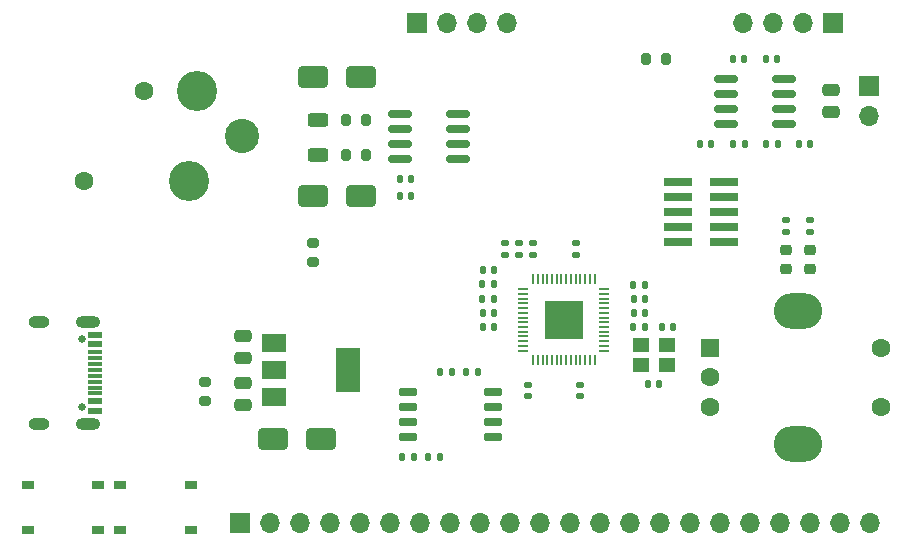
<source format=gts>
G04 #@! TF.GenerationSoftware,KiCad,Pcbnew,7.0.10*
G04 #@! TF.CreationDate,2024-02-24T17:37:44+01:00*
G04 #@! TF.ProjectId,rp2040-board,72703230-3430-42d6-926f-6172642e6b69,rev?*
G04 #@! TF.SameCoordinates,Original*
G04 #@! TF.FileFunction,Soldermask,Top*
G04 #@! TF.FilePolarity,Negative*
%FSLAX46Y46*%
G04 Gerber Fmt 4.6, Leading zero omitted, Abs format (unit mm)*
G04 Created by KiCad (PCBNEW 7.0.10) date 2024-02-24 17:37:44*
%MOMM*%
%LPD*%
G01*
G04 APERTURE LIST*
G04 Aperture macros list*
%AMRoundRect*
0 Rectangle with rounded corners*
0 $1 Rounding radius*
0 $2 $3 $4 $5 $6 $7 $8 $9 X,Y pos of 4 corners*
0 Add a 4 corners polygon primitive as box body*
4,1,4,$2,$3,$4,$5,$6,$7,$8,$9,$2,$3,0*
0 Add four circle primitives for the rounded corners*
1,1,$1+$1,$2,$3*
1,1,$1+$1,$4,$5*
1,1,$1+$1,$6,$7*
1,1,$1+$1,$8,$9*
0 Add four rect primitives between the rounded corners*
20,1,$1+$1,$2,$3,$4,$5,0*
20,1,$1+$1,$4,$5,$6,$7,0*
20,1,$1+$1,$6,$7,$8,$9,0*
20,1,$1+$1,$8,$9,$2,$3,0*%
G04 Aperture macros list end*
%ADD10RoundRect,0.250000X0.475000X-0.250000X0.475000X0.250000X-0.475000X0.250000X-0.475000X-0.250000X0*%
%ADD11RoundRect,0.200000X-0.275000X0.200000X-0.275000X-0.200000X0.275000X-0.200000X0.275000X0.200000X0*%
%ADD12RoundRect,0.140000X0.170000X-0.140000X0.170000X0.140000X-0.170000X0.140000X-0.170000X-0.140000X0*%
%ADD13RoundRect,0.140000X-0.140000X-0.170000X0.140000X-0.170000X0.140000X0.170000X-0.140000X0.170000X0*%
%ADD14RoundRect,0.250000X1.000000X0.650000X-1.000000X0.650000X-1.000000X-0.650000X1.000000X-0.650000X0*%
%ADD15RoundRect,0.140000X-0.170000X0.140000X-0.170000X-0.140000X0.170000X-0.140000X0.170000X0.140000X0*%
%ADD16R,1.700000X1.700000*%
%ADD17O,1.700000X1.700000*%
%ADD18RoundRect,0.140000X0.140000X0.170000X-0.140000X0.170000X-0.140000X-0.170000X0.140000X-0.170000X0*%
%ADD19RoundRect,0.135000X0.135000X0.185000X-0.135000X0.185000X-0.135000X-0.185000X0.135000X-0.185000X0*%
%ADD20RoundRect,0.200000X0.275000X-0.200000X0.275000X0.200000X-0.275000X0.200000X-0.275000X-0.200000X0*%
%ADD21RoundRect,0.135000X-0.135000X-0.185000X0.135000X-0.185000X0.135000X0.185000X-0.135000X0.185000X0*%
%ADD22RoundRect,0.200000X0.200000X0.275000X-0.200000X0.275000X-0.200000X-0.275000X0.200000X-0.275000X0*%
%ADD23R,1.000000X0.750000*%
%ADD24RoundRect,0.250000X-0.550000X-0.550000X0.550000X-0.550000X0.550000X0.550000X-0.550000X0.550000X0*%
%ADD25C,1.600000*%
%ADD26O,4.100000X3.000000*%
%ADD27R,2.400000X0.740000*%
%ADD28RoundRect,0.200000X-0.200000X-0.275000X0.200000X-0.275000X0.200000X0.275000X-0.200000X0.275000X0*%
%ADD29C,3.400000*%
%ADD30C,2.900000*%
%ADD31C,0.650000*%
%ADD32R,1.240000X0.600000*%
%ADD33R,1.240000X0.300000*%
%ADD34O,2.100000X1.000000*%
%ADD35O,1.800000X1.000000*%
%ADD36RoundRect,0.218750X0.256250X-0.218750X0.256250X0.218750X-0.256250X0.218750X-0.256250X-0.218750X0*%
%ADD37RoundRect,0.250000X-1.000000X-0.650000X1.000000X-0.650000X1.000000X0.650000X-1.000000X0.650000X0*%
%ADD38RoundRect,0.150000X0.650000X0.150000X-0.650000X0.150000X-0.650000X-0.150000X0.650000X-0.150000X0*%
%ADD39RoundRect,0.135000X0.185000X-0.135000X0.185000X0.135000X-0.185000X0.135000X-0.185000X-0.135000X0*%
%ADD40R,1.400000X1.200000*%
%ADD41R,2.000000X1.500000*%
%ADD42R,2.000000X3.800000*%
%ADD43RoundRect,0.050000X0.050000X-0.387500X0.050000X0.387500X-0.050000X0.387500X-0.050000X-0.387500X0*%
%ADD44RoundRect,0.050000X0.387500X-0.050000X0.387500X0.050000X-0.387500X0.050000X-0.387500X-0.050000X0*%
%ADD45R,3.200000X3.200000*%
%ADD46RoundRect,0.250000X0.625000X-0.312500X0.625000X0.312500X-0.625000X0.312500X-0.625000X-0.312500X0*%
%ADD47RoundRect,0.150000X0.825000X0.150000X-0.825000X0.150000X-0.825000X-0.150000X0.825000X-0.150000X0*%
%ADD48RoundRect,0.150000X-0.825000X-0.150000X0.825000X-0.150000X0.825000X0.150000X-0.825000X0.150000X0*%
%ADD49RoundRect,0.250000X-0.475000X0.250000X-0.475000X-0.250000X0.475000X-0.250000X0.475000X0.250000X0*%
G04 APERTURE END LIST*
D10*
X119200000Y-104350000D03*
X119200000Y-102450000D03*
D11*
X116000000Y-106375000D03*
X116000000Y-108025000D03*
D12*
X143800000Y-95605000D03*
X143800000Y-94645000D03*
X147400000Y-95605000D03*
X147400000Y-94645000D03*
D13*
X152320000Y-100525000D03*
X153280000Y-100525000D03*
D14*
X129200000Y-90600000D03*
X125200000Y-90600000D03*
D15*
X143400000Y-106645000D03*
X143400000Y-107605000D03*
D16*
X119000000Y-118325000D03*
D17*
X121540000Y-118325000D03*
X124080000Y-118325000D03*
X126620000Y-118325000D03*
X129160000Y-118325000D03*
X131700000Y-118325000D03*
X134240000Y-118325000D03*
X136780000Y-118325000D03*
X139320000Y-118325000D03*
X141860000Y-118325000D03*
X144400000Y-118325000D03*
X146940000Y-118325000D03*
X149480000Y-118325000D03*
X152020000Y-118325000D03*
X154560000Y-118325000D03*
X157100000Y-118325000D03*
X159640000Y-118325000D03*
X162180000Y-118325000D03*
X164720000Y-118325000D03*
X167260000Y-118325000D03*
X169800000Y-118325000D03*
X172340000Y-118325000D03*
D18*
X133680000Y-112725000D03*
X132720000Y-112725000D03*
D19*
X161710000Y-86200000D03*
X160690000Y-86200000D03*
D20*
X125200000Y-96225000D03*
X125200000Y-94575000D03*
D21*
X135890000Y-105525000D03*
X136910000Y-105525000D03*
D13*
X154720000Y-101725000D03*
X155680000Y-101725000D03*
D22*
X155025000Y-79000000D03*
X153375000Y-79000000D03*
D23*
X101000000Y-115125000D03*
X107000000Y-115125000D03*
X101000000Y-118875000D03*
X107000000Y-118875000D03*
D13*
X132520000Y-89200000D03*
X133480000Y-89200000D03*
D16*
X169200000Y-76000000D03*
D17*
X166660000Y-76000000D03*
X164120000Y-76000000D03*
X161580000Y-76000000D03*
D10*
X169000000Y-83550000D03*
X169000000Y-81650000D03*
D13*
X157920000Y-86200000D03*
X158880000Y-86200000D03*
D18*
X161680000Y-79000000D03*
X160720000Y-79000000D03*
D21*
X139490000Y-98125000D03*
X140510000Y-98125000D03*
D13*
X166320000Y-86200000D03*
X167280000Y-86200000D03*
D24*
X158750000Y-103500000D03*
D25*
X158750000Y-108500000D03*
X158750000Y-106000000D03*
X173250000Y-103500000D03*
X173250000Y-108500000D03*
D26*
X166250000Y-100400000D03*
X166250000Y-111600000D03*
D27*
X159950000Y-94540000D03*
X156050000Y-94540000D03*
X159950000Y-93270000D03*
X156050000Y-93270000D03*
X159950000Y-92000000D03*
X156050000Y-92000000D03*
X159950000Y-90730000D03*
X156050000Y-90730000D03*
X159950000Y-89460000D03*
X156050000Y-89460000D03*
D28*
X127975000Y-84200000D03*
X129625000Y-84200000D03*
X127975000Y-87200000D03*
X129625000Y-87200000D03*
D21*
X139490000Y-99325000D03*
X140510000Y-99325000D03*
D25*
X110880000Y-81780000D03*
X105800000Y-89400000D03*
D29*
X114690000Y-89400000D03*
X115325000Y-81780000D03*
D30*
X119140000Y-85590000D03*
D31*
X105605000Y-102710000D03*
X105605000Y-108490000D03*
D32*
X106725000Y-102400000D03*
X106725000Y-103200000D03*
D33*
X106725000Y-104350000D03*
X106725000Y-105350000D03*
X106725000Y-105850000D03*
X106725000Y-106850000D03*
D32*
X106725000Y-108000000D03*
X106725000Y-108800000D03*
X106725000Y-108800000D03*
X106725000Y-108000000D03*
D33*
X106725000Y-107350000D03*
X106725000Y-106350000D03*
X106725000Y-104850000D03*
X106725000Y-103850000D03*
D32*
X106725000Y-103200000D03*
X106725000Y-102400000D03*
D34*
X106125000Y-101280000D03*
D35*
X101925000Y-101280000D03*
D34*
X106125000Y-109920000D03*
D35*
X101925000Y-109920000D03*
D23*
X108800000Y-115125000D03*
X114800000Y-115125000D03*
X108800000Y-118875000D03*
X114800000Y-118875000D03*
D15*
X147800000Y-106645000D03*
X147800000Y-107605000D03*
D18*
X140480000Y-96925000D03*
X139520000Y-96925000D03*
D16*
X172200000Y-81325000D03*
D17*
X172200000Y-83865000D03*
D36*
X165200000Y-96787500D03*
X165200000Y-95212500D03*
D12*
X141400000Y-95605000D03*
X141400000Y-94645000D03*
D16*
X134000000Y-76000000D03*
D17*
X136540000Y-76000000D03*
X139080000Y-76000000D03*
X141620000Y-76000000D03*
D13*
X163520000Y-79000000D03*
X164480000Y-79000000D03*
X152320000Y-99325000D03*
X153280000Y-99325000D03*
D37*
X121800000Y-111175000D03*
X125800000Y-111175000D03*
D21*
X152290000Y-101725000D03*
X153310000Y-101725000D03*
D38*
X140400000Y-111030000D03*
X140400000Y-109760000D03*
X140400000Y-108490000D03*
X140400000Y-107220000D03*
X133200000Y-107220000D03*
X133200000Y-108490000D03*
X133200000Y-109760000D03*
X133200000Y-111030000D03*
D39*
X165200000Y-93710000D03*
X165200000Y-92690000D03*
D40*
X152900000Y-104975000D03*
X155100000Y-104975000D03*
X155100000Y-103275000D03*
X152900000Y-103275000D03*
D41*
X121850000Y-103075000D03*
X121850000Y-105375000D03*
X121850000Y-107675000D03*
D42*
X128150000Y-105375000D03*
D13*
X134920000Y-112725000D03*
X135880000Y-112725000D03*
D39*
X167200000Y-93710000D03*
X167200000Y-92690000D03*
D43*
X143800000Y-104562500D03*
X144200000Y-104562500D03*
X144600000Y-104562500D03*
X145000000Y-104562500D03*
X145400000Y-104562500D03*
X145800000Y-104562500D03*
X146200000Y-104562500D03*
X146600000Y-104562500D03*
X147000000Y-104562500D03*
X147400000Y-104562500D03*
X147800000Y-104562500D03*
X148200000Y-104562500D03*
X148600000Y-104562500D03*
X149000000Y-104562500D03*
D44*
X149837500Y-103725000D03*
X149837500Y-103325000D03*
X149837500Y-102925000D03*
X149837500Y-102525000D03*
X149837500Y-102125000D03*
X149837500Y-101725000D03*
X149837500Y-101325000D03*
X149837500Y-100925000D03*
X149837500Y-100525000D03*
X149837500Y-100125000D03*
X149837500Y-99725000D03*
X149837500Y-99325000D03*
X149837500Y-98925000D03*
X149837500Y-98525000D03*
D43*
X149000000Y-97687500D03*
X148600000Y-97687500D03*
X148200000Y-97687500D03*
X147800000Y-97687500D03*
X147400000Y-97687500D03*
X147000000Y-97687500D03*
X146600000Y-97687500D03*
X146200000Y-97687500D03*
X145800000Y-97687500D03*
X145400000Y-97687500D03*
X145000000Y-97687500D03*
X144600000Y-97687500D03*
X144200000Y-97687500D03*
X143800000Y-97687500D03*
D44*
X142962500Y-98525000D03*
X142962500Y-98925000D03*
X142962500Y-99325000D03*
X142962500Y-99725000D03*
X142962500Y-100125000D03*
X142962500Y-100525000D03*
X142962500Y-100925000D03*
X142962500Y-101325000D03*
X142962500Y-101725000D03*
X142962500Y-102125000D03*
X142962500Y-102525000D03*
X142962500Y-102925000D03*
X142962500Y-103325000D03*
X142962500Y-103725000D03*
D45*
X146400000Y-101125000D03*
D46*
X125600000Y-87125000D03*
X125600000Y-84200000D03*
D21*
X152290000Y-98200000D03*
X153310000Y-98200000D03*
D47*
X137475000Y-87505000D03*
X137475000Y-86235000D03*
X137475000Y-84965000D03*
X137475000Y-83695000D03*
X132525000Y-83695000D03*
X132525000Y-84965000D03*
X132525000Y-86235000D03*
X132525000Y-87505000D03*
D18*
X140480000Y-101725000D03*
X139520000Y-101725000D03*
D19*
X164510000Y-86200000D03*
X163490000Y-86200000D03*
D13*
X132520000Y-90600000D03*
X133480000Y-90600000D03*
D14*
X129200000Y-80600000D03*
X125200000Y-80600000D03*
D36*
X167200000Y-96787500D03*
X167200000Y-95212500D03*
D18*
X140480000Y-100525000D03*
X139520000Y-100525000D03*
D48*
X160125000Y-80695000D03*
X160125000Y-81965000D03*
X160125000Y-83235000D03*
X160125000Y-84505000D03*
X165075000Y-84505000D03*
X165075000Y-83235000D03*
X165075000Y-81965000D03*
X165075000Y-80695000D03*
D21*
X138090000Y-105525000D03*
X139110000Y-105525000D03*
D12*
X142600000Y-95605000D03*
X142600000Y-94645000D03*
D49*
X119200000Y-106450000D03*
X119200000Y-108350000D03*
D13*
X153520000Y-106525000D03*
X154480000Y-106525000D03*
M02*

</source>
